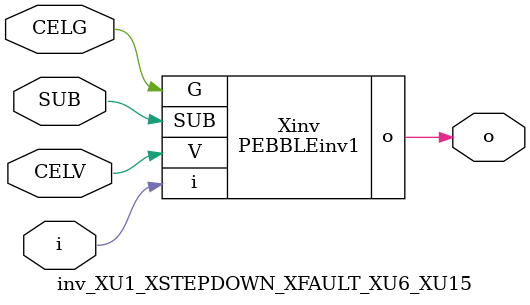
<source format=v>



module PEBBLEinv1 ( o, G, SUB, V, i );

  input V;
  input i;
  input G;
  output o;
  input SUB;
endmodule

//Celera Confidential Do Not Copy inv_XU1_XSTEPDOWN_XFAULT_XU6_XU15
//Celera Confidential Symbol Generator
//5V Inverter
module inv_XU1_XSTEPDOWN_XFAULT_XU6_XU15 (CELV,CELG,i,o,SUB);
input CELV;
input CELG;
input i;
input SUB;
output o;

//Celera Confidential Do Not Copy inv
PEBBLEinv1 Xinv(
.V (CELV),
.i (i),
.o (o),
.SUB (SUB),
.G (CELG)
);
//,diesize,PEBBLEinv1

//Celera Confidential Do Not Copy Module End
//Celera Schematic Generator
endmodule

</source>
